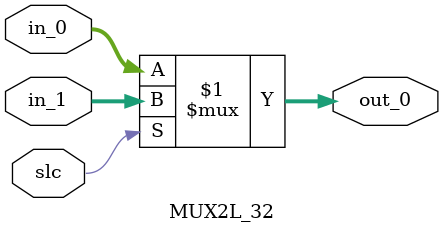
<source format=v>
`timescale 1ns / 1ps
module MUX2L_32(
	  input slc,
    input [31:0] in_0,
    input [31:0] in_1,
    output [31:0] out_0
    );

	assign out_0 = slc ? in_1 : in_0;
	
endmodule
</source>
